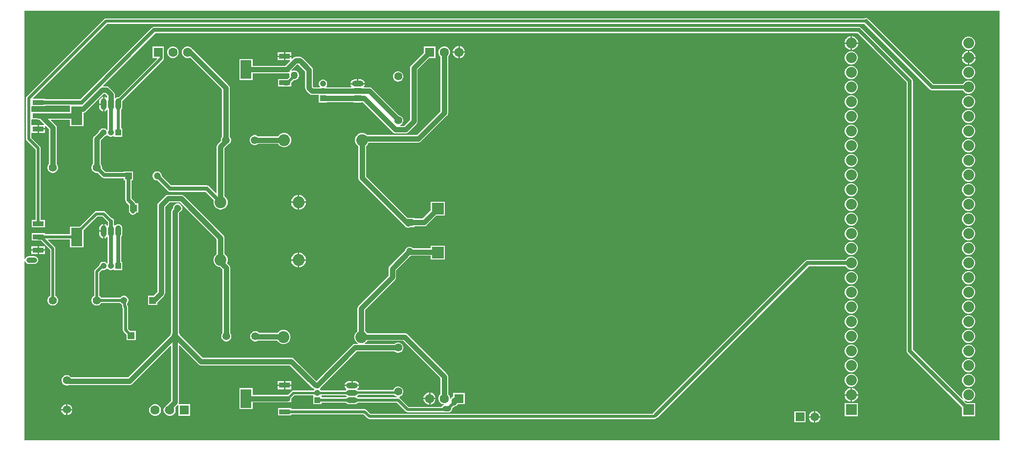
<source format=gtl>
%FSTAX23Y23*%
%MOIN*%
%SFA1B1*%

%IPPOS*%
%ADD15C,0.035350*%
%ADD16C,0.019680*%
%ADD18R,0.074800X0.125980*%
%ADD19R,0.074800X0.035430*%
%ADD23C,0.055000*%
%ADD27C,0.047240*%
%ADD28R,0.047240X0.047240*%
%ADD33R,0.047240X0.047240*%
%ADD44C,0.026930*%
%ADD45C,0.035350*%
%ADD46C,0.015750*%
%ADD47C,0.055120*%
%ADD48C,0.073860*%
%ADD49R,0.073860X0.073860*%
%ADD50C,0.080710*%
%ADD51O,0.078740X0.039370*%
%ADD52O,0.078740X0.039370*%
%ADD53C,0.041340*%
%ADD54R,0.041340X0.041340*%
%ADD55C,0.059060*%
%ADD56R,0.059060X0.059060*%
%ADD57R,0.041340X0.041340*%
%ADD58O,0.039370X0.078740*%
%ADD59O,0.039370X0.078740*%
%ADD60R,0.062990X0.062990*%
%ADD61C,0.062990*%
%ADD62R,0.080000X0.080000*%
%ADD63C,0.053150*%
%ADD64C,0.050000*%
%LNpcb1-1*%
%LPD*%
G36*
X0666Y-0001D02*
X0001D01*
Y01211*
X00015Y01212*
X00017Y01207*
X00021Y01202*
X00026Y01198*
X00032Y01195*
X00039Y01194*
X00078*
X00085Y01195*
X00091Y01198*
X00096Y01202*
X00101Y01207*
X00103Y01213*
X00104Y0122*
X00103Y01227*
X00101Y01233*
X00096Y01238*
X00091Y01242*
X00085Y01245*
X00078Y01246*
X00039*
X00032Y01245*
X00026Y01242*
X00021Y01238*
X00017Y01233*
X00015Y01228*
X0001Y01229*
Y0292*
X0666*
Y-0001*
G37*
%LNpcb1-2*%
%LPC*%
G36*
X05656Y02746D02*
X05655D01*
Y02705*
X05696*
Y02706*
X05693Y02718*
X05687Y02728*
X05678Y02737*
X05668Y02743*
X05656Y02746*
G37*
G36*
X05645D02*
X05643D01*
X05631Y02743*
X05621Y02737*
X05612Y02728*
X05606Y02718*
X05603Y02706*
Y02705*
X05645*
Y02746*
G37*
G36*
X06455Y02744D02*
X06444D01*
X06432Y02741*
X06422Y02735*
X06414Y02727*
X06408Y02717*
X06405Y02705*
Y02694*
X06408Y02682*
X06414Y02672*
X06422Y02664*
X06432Y02658*
X06444Y02655*
X06455*
X06467Y02658*
X06477Y02664*
X06485Y02672*
X06491Y02682*
X06494Y02694*
Y02705*
X06491Y02717*
X06485Y02727*
X06477Y02735*
X06467Y02741*
X06455Y02744*
G37*
G36*
X05696Y02695D02*
X05655D01*
Y02653*
X05656*
X05668Y02656*
X05678Y02662*
X05687Y02671*
X05693Y02681*
X05696Y02693*
Y02695*
G37*
G36*
X05645D02*
X05603D01*
Y02693*
X05606Y02681*
X05612Y02671*
X05621Y02662*
X05631Y02656*
X05643Y02653*
X05645*
Y02695*
G37*
G36*
X02979Y02679D02*
X02979D01*
Y02642*
X03015*
Y02643*
X03012Y02653*
X03007Y02663*
X02999Y02671*
X0299Y02676*
X02979Y02679*
G37*
G36*
X02969D02*
X02968D01*
X02958Y02676*
X02948Y02671*
X0294Y02663*
X02935Y02653*
X02932Y02643*
Y02642*
X02969*
Y02679*
G37*
G36*
X01832Y02637D02*
X0179D01*
Y02615*
X01832*
Y02637*
G37*
G36*
X0178D02*
X01738D01*
Y02615*
X0178*
Y02637*
G37*
G36*
X06456Y02646D02*
X06455D01*
Y02605*
X06496*
Y02606*
X06493Y02618*
X06487Y02628*
X06478Y02637*
X06468Y02643*
X06456Y02646*
G37*
G36*
X06445D02*
X06443D01*
X06431Y02643*
X06421Y02637*
X06412Y02628*
X06406Y02618*
X06403Y02606*
Y02605*
X06445*
Y02646*
G37*
G36*
X01028Y02677D02*
X01018D01*
X01008Y02674*
X00999Y02669*
X00992Y02661*
X00986Y02652*
X00984Y02642*
Y02632*
X00986Y02622*
X00992Y02613*
X00999Y02606*
X01008Y02601*
X01018Y02598*
X01028*
X01038Y02601*
X01047Y02606*
X01055Y02613*
X0106Y02622*
X01062Y02632*
Y02642*
X0106Y02652*
X01055Y02661*
X01047Y02669*
X01038Y02674*
X01028Y02677*
G37*
G36*
X03015Y02632D02*
X02979D01*
Y02596*
X02979*
X0299Y02599*
X02999Y02604*
X03007Y02612*
X03012Y02621*
X03015Y02632*
Y02632*
G37*
G36*
X02969D02*
X02932D01*
Y02632*
X02935Y02621*
X0294Y02612*
X02948Y02604*
X02958Y02599*
X02968Y02596*
X02969*
Y02632*
G37*
G36*
X0178Y02605D02*
X01738D01*
Y02582*
X0178*
Y02605*
G37*
G36*
X05655Y02644D02*
X05644D01*
X05632Y02641*
X05622Y02635*
X05614Y02627*
X05608Y02617*
X05605Y02605*
Y02594*
X05608Y02582*
X05614Y02572*
X05622Y02564*
X05632Y02558*
X05644Y02555*
X05655*
X05667Y02558*
X05677Y02564*
X05685Y02572*
X05691Y02582*
X05694Y02594*
Y02605*
X05691Y02617*
X05685Y02627*
X05677Y02635*
X05667Y02641*
X05655Y02644*
G37*
G36*
X06496Y02595D02*
X06455D01*
Y02553*
X06456*
X06468Y02556*
X06478Y02562*
X06487Y02571*
X06493Y02581*
X06496Y02593*
Y02595*
G37*
G36*
X06445D02*
X06403D01*
Y02593*
X06406Y02581*
X06412Y02571*
X06421Y02562*
X06431Y02556*
X06443Y02553*
X06445*
Y02595*
G37*
G36*
X06455Y02544D02*
X06444D01*
X06432Y02541*
X06422Y02535*
X06414Y02527*
X06408Y02517*
X06405Y02505*
Y02494*
X06408Y02482*
X06414Y02472*
X06422Y02464*
X06432Y02458*
X06444Y02455*
X06455*
X06467Y02458*
X06477Y02464*
X06485Y02472*
X06491Y02482*
X06494Y02494*
Y02505*
X06491Y02517*
X06485Y02527*
X06477Y02535*
X06467Y02541*
X06455Y02544*
G37*
G36*
X05655D02*
X05644D01*
X05632Y02541*
X05622Y02535*
X05614Y02527*
X05608Y02517*
X05605Y02505*
Y02494*
X05608Y02482*
X05614Y02472*
X05622Y02464*
X05632Y02458*
X05644Y02455*
X05655*
X05667Y02458*
X05677Y02464*
X05685Y02472*
X05691Y02482*
X05694Y02494*
Y02505*
X05691Y02517*
X05685Y02527*
X05677Y02535*
X05667Y02541*
X05655Y02544*
G37*
G36*
X02563Y02508D02*
X02554D01*
X02545Y02505*
X02537Y02501*
X0253Y02494*
X02526Y02486*
X02523Y02477*
Y02468*
X02526Y02459*
X0253Y02451*
X02537Y02444*
X02545Y02439*
X02554Y02437*
X02563*
X02572Y02439*
X0258Y02444*
X02587Y02451*
X02592Y02459*
X02594Y02468*
Y02477*
X02592Y02486*
X02587Y02494*
X0258Y02501*
X02572Y02505*
X02563Y02508*
G37*
G36*
X02303Y02452D02*
X02288D01*
Y02427*
X02332*
X02332Y0243*
X02329Y02437*
X02324Y02444*
X02318Y02448*
X0231Y02451*
X02303Y02452*
G37*
G36*
X02278D02*
X02263D01*
X02256Y02451*
X02248Y02448*
X02242Y02444*
X02237Y02437*
X02234Y0243*
X02234Y02427*
X02278*
Y02452*
G37*
G36*
X0575Y02871D02*
X05741Y0287D01*
X05738Y02868*
X00566*
X00559Y02866*
X00553Y02862*
X00026Y02335*
X00022Y02329*
X00021Y02322*
Y02047*
X00022Y0204*
X00026Y02034*
X00086Y01974*
Y01494*
X00059*
Y01442*
X00149*
Y01494*
X00122*
Y01982*
X00121Y01989*
X00117Y01995*
X00057Y02054*
Y02086*
X00099*
Y02114*
Y02141*
X00057*
Y02174*
X00059Y02179*
X00102*
X00104Y02178*
X00113*
X00145Y02146*
X00143Y02141*
X00109*
Y02119*
X00151*
Y02134*
X00156Y02135*
X00178Y02113*
Y01874*
X00175Y01872*
X00171Y01864*
X00168Y01855*
Y01845*
X00171Y01836*
X00175Y01828*
X00182Y01822*
X0019Y01817*
X00199Y01814*
X00208*
X00218Y01817*
X00226Y01822*
X00232Y01828*
X00237Y01836*
X00239Y01845*
Y01855*
X00237Y01864*
X00232Y01872*
X0023Y01874*
Y02124*
X00229Y02131*
X00226Y02137*
X00222Y02142*
X0019Y02174*
X00192Y02178*
X00322*
Y02133*
X00413*
Y02224*
X00417Y02225*
X00423Y02227*
X00428Y02231*
X00551Y02354*
X00559*
X00574Y02338*
Y02328*
X00569Y02326*
X00566Y02329*
X00558Y02332*
X00556Y02332*
Y02283*
Y02234*
X00558Y02234*
X00566Y02237*
X00572Y02242*
X00573Y02244*
X00578Y02242*
Y0211*
X00574Y02108*
X00571Y02108*
X00567Y02112*
X00561Y02116*
X00553Y02118*
X00546*
X00538Y02116*
X00532Y02112*
X00529Y02109*
X00527Y02108*
X00522Y02104*
X00518Y02099*
X00516Y02094*
X00486Y02064*
X00482Y02059*
X00479Y02053*
X00478Y02046*
Y01874*
X00475Y01872*
X00471Y01864*
X00468Y01855*
Y01845*
X00471Y01836*
X00475Y01828*
X00482Y01822*
X0049Y01817*
X00499Y01814*
X00508*
X00539Y01784*
X00546Y01779*
X00554Y01778*
X00688*
Y01762*
X00697*
Y0163*
X00699Y01622*
X00704Y01614*
X00723Y01595*
Y01543*
X00729*
X00729Y01541*
X00734Y01534*
X00741Y01529*
X0075Y01528*
X00758Y01529*
X00765Y01534*
X0077Y01541*
X0077Y01543*
X00786*
Y01606*
X0077*
X0077Y01608*
X00765Y01615*
X00741Y01639*
Y01762*
X00751*
Y01825*
X00688*
Y01821*
X00563*
X00539Y01845*
Y01855*
X00537Y01864*
X00532Y01872*
X0053Y01874*
Y02035*
X00556Y02062*
X00561Y02063*
X00567Y02067*
X00571Y02071*
X00575Y02072*
X00578Y02071*
X00582Y02067*
X00588Y02063*
X00596Y02061*
X00603*
X00611Y02063*
X00616Y02066*
X00621Y02064*
Y02061*
X00678*
Y02118*
X00669*
Y02242*
X0067Y02244*
X00675Y02249*
X00678Y02256*
X00678Y02263*
Y02303*
X00678Y02305*
X00957Y02584*
X00961Y02589*
X00962Y02596*
Y02598*
X00962*
Y02677*
X00884*
Y02598*
X00914*
X00916Y02593*
X00653Y0233*
X00651Y0233*
X00643Y0233*
X00637Y02327*
X00631Y02322*
X00631Y02322*
X00626Y02324*
Y02349*
X00625Y02356*
X00622Y02362*
X00618Y02367*
X00588Y02398*
X00582Y02402*
X00576Y02404*
X0057Y02405*
X00548*
X00546Y0241*
X00904Y02768*
X0569*
X06027Y02432*
Y00601*
X06028Y00592*
X06033Y00585*
X06405Y00214*
Y00155*
X06494*
Y00244*
X06435*
X06422Y00258*
X06425Y00262*
X06432Y00258*
X06444Y00255*
X06455*
X06467Y00258*
X06477Y00264*
X06485Y00272*
X06491Y00282*
X06494Y00294*
Y00305*
X06491Y00317*
X06485Y00327*
X06477Y00335*
X06467Y00341*
X06455Y00344*
X06444*
X06432Y00341*
X06422Y00335*
X06414Y00327*
X06408Y00317*
X06405Y00305*
Y00294*
X06408Y00282*
X06412Y00275*
X06408Y00272*
X0607Y0061*
Y02441*
X06068Y02449*
X06064Y02456*
X05715Y02805*
X05708Y0281*
X057Y02811*
X00895*
X00887Y0281*
X0088Y02805*
X00391Y02317*
X00149*
Y0232*
X00069*
X00067Y02325*
X00574Y02831*
X05737*
X06184Y02384*
X06191Y02379*
X062Y02378*
X0641*
X06414Y02372*
X06422Y02364*
X06432Y02358*
X06444Y02355*
X06455*
X06467Y02358*
X06477Y02364*
X06485Y02372*
X06491Y02382*
X06494Y02394*
Y02405*
X06491Y02417*
X06485Y02427*
X06477Y02435*
X06467Y02441*
X06455Y02444*
X06444*
X06432Y02441*
X06422Y02435*
X06414Y02427*
X0641Y02421*
X06209*
X05765Y02865*
X05758Y0287*
X0575Y02871*
G37*
G36*
X05655Y02444D02*
X05644D01*
X05632Y02441*
X05622Y02435*
X05614Y02427*
X05608Y02417*
X05605Y02405*
Y02394*
X05608Y02382*
X05614Y02372*
X05622Y02364*
X05632Y02358*
X05644Y02355*
X05655*
X05667Y02358*
X05677Y02364*
X05685Y02372*
X05691Y02382*
X05694Y02394*
Y02405*
X05691Y02417*
X05685Y02427*
X05677Y02435*
X05667Y02441*
X05655Y02444*
G37*
G36*
X00546Y02332D02*
X00543Y02332D01*
X00536Y02329*
X0053Y02324*
X00525Y02318*
X00522Y0231*
X00521Y02303*
Y02288*
X00546*
Y02332*
G37*
G36*
X06455Y02344D02*
X06444D01*
X06432Y02341*
X06422Y02335*
X06414Y02327*
X06408Y02317*
X06405Y02305*
Y02294*
X06408Y02282*
X06414Y02272*
X06422Y02264*
X06432Y02258*
X06444Y02255*
X06455*
X06467Y02258*
X06477Y02264*
X06485Y02272*
X06491Y02282*
X06494Y02294*
Y02305*
X06491Y02317*
X06485Y02327*
X06477Y02335*
X06467Y02341*
X06455Y02344*
G37*
G36*
X05655D02*
X05644D01*
X05632Y02341*
X05622Y02335*
X05614Y02327*
X05608Y02317*
X05605Y02305*
Y02294*
X05608Y02282*
X05614Y02272*
X05622Y02264*
X05632Y02258*
X05644Y02255*
X05655*
X05667Y02258*
X05677Y02264*
X05685Y02272*
X05691Y02282*
X05694Y02294*
Y02305*
X05691Y02317*
X05685Y02327*
X05677Y02335*
X05667Y02341*
X05655Y02344*
G37*
G36*
X00546Y02278D02*
X00521D01*
Y02263*
X00522Y02256*
X00525Y02248*
X0053Y02242*
X00536Y02237*
X00543Y02234*
X00546Y02234*
Y02278*
G37*
G36*
X06455Y02244D02*
X06444D01*
X06432Y02241*
X06422Y02235*
X06414Y02227*
X06408Y02217*
X06405Y02205*
Y02194*
X06408Y02182*
X06414Y02172*
X06422Y02164*
X06432Y02158*
X06444Y02155*
X06455*
X06467Y02158*
X06477Y02164*
X06485Y02172*
X06491Y02182*
X06494Y02194*
Y02205*
X06491Y02217*
X06485Y02227*
X06477Y02235*
X06467Y02241*
X06455Y02244*
G37*
G36*
X05655D02*
X05644D01*
X05632Y02241*
X05622Y02235*
X05614Y02227*
X05608Y02217*
X05605Y02205*
Y02194*
X05608Y02182*
X05614Y02172*
X05622Y02164*
X05632Y02158*
X05644Y02155*
X05655*
X05667Y02158*
X05677Y02164*
X05685Y02172*
X05691Y02182*
X05694Y02194*
Y02205*
X05691Y02217*
X05685Y02227*
X05677Y02235*
X05667Y02241*
X05655Y02244*
G37*
G36*
X02813Y02677D02*
X02734D01*
Y02634*
X02647Y02548*
X02643Y02542*
X02641Y02536*
X0264Y02529*
Y02176*
X02599Y02135*
X02575*
X02574Y0214*
X0258Y02144*
X02587Y02151*
X02592Y02159*
X02594Y02168*
Y02177*
X02592Y02186*
X02587Y02194*
X0258Y02201*
X02572Y02205*
X02565Y02207*
X02381Y02391*
X02376Y02395*
X0237Y02397*
X02363Y02398*
X02328*
X02325Y02403*
X02329Y02407*
X02332Y02415*
X02332Y02417*
X02234*
X02234Y02415*
X02237Y02407*
X02241Y02403*
X02238Y02398*
X0207*
X02068Y02403*
X0207Y02405*
X02073Y02411*
X02075Y02419*
Y02426*
X02073Y02433*
X0207Y0244*
X02064Y02445*
X02058Y02449*
X02051Y02451*
X02043*
X02036Y02449*
X02029Y02445*
X02024Y0244*
X0202Y02433*
X02018Y02426*
Y02419*
X0202Y02411*
X02024Y02405*
X02026Y02403*
X02024Y02398*
X01982*
X01977Y02404*
Y02518*
X01976Y02525*
X01973Y02531*
X01969Y02536*
X01907Y02598*
X01902Y02602*
X01896Y02605*
X01889Y02606*
X0186*
X01853Y02605*
X01847Y02602*
X01842Y02598*
X01837Y02593*
X01832Y02595*
Y02605*
X0179*
Y02582*
X01819*
X01821Y02577*
X01789Y02545*
X01566*
Y0259*
X01476*
Y02448*
X01566*
Y02493*
X01805*
X01806Y02494*
X01814*
X01818Y02489*
X01817Y02484*
Y02475*
X01819Y02468*
X01805Y02454*
X01805Y02454*
X01785*
X01784Y02454*
X0174*
Y02403*
X01784*
X01785Y02403*
X01805*
X01806Y02403*
X0183*
Y02427*
X0183Y02429*
X0183Y02429*
X01848Y02447*
X01854*
X01863Y02449*
X0187Y02454*
X01876Y0246*
X01881Y02467*
X01883Y02475*
Y02484*
X01881Y02493*
X01876Y025*
X0187Y02506*
X01863Y0251*
X01854Y02513*
X01846*
X01838Y02511*
X01837Y02511*
X01832Y02514*
X01832Y02516*
X01871Y02554*
X01878*
X01925Y02507*
Y02393*
X01926Y02386*
X01929Y0238*
X01933Y02375*
X01953Y02354*
X01959Y0235*
X01965Y02347*
X01972Y02347*
X02018*
Y02294*
X02075*
Y02297*
X02253*
X02256Y02295*
X02263Y02295*
X02303*
X0231Y02295*
X02311Y02296*
X02317*
X02521Y02091*
X02527Y02087*
X02533Y02085*
X0254Y02084*
X0261*
X02616Y02085*
X02622Y02087*
X02628Y02091*
X02684Y02147*
X02688Y02153*
X0269Y02159*
X02691Y02166*
Y02519*
X02771Y02598*
X02813*
Y02677*
G37*
G36*
X00151Y02109D02*
X00109D01*
Y02086*
X00151*
Y02109*
G37*
G36*
X02879Y02677D02*
X02868D01*
X02858Y02674*
X02849Y02669*
X02842Y02661*
X02837Y02652*
X02834Y02642*
Y02632*
X02837Y02622*
X02842Y02613*
X02848Y02607*
Y02234*
X02686Y02073*
X02346*
X02343Y02076*
X02332Y02083*
X02319Y02086*
X02307*
X02295Y02083*
X02284Y02076*
X02275Y02067*
X02268Y02056*
X02265Y02044*
Y02031*
X02268Y02019*
X02275Y02008*
X02284Y01999*
X02287Y01997*
Y0178*
X02288Y01774*
X02291Y01767*
X02295Y01762*
X02606Y01451*
Y01444*
X02614*
X02615Y01444*
X02621Y01441*
X02627Y0144*
X02634Y01441*
X0264Y01444*
X02641Y01444*
X02669*
Y0145*
X02736*
X02743Y01451*
X02749Y01454*
X02754Y01458*
X02818Y01522*
X02877*
Y01617*
X02782*
Y01558*
X02725Y01502*
X02669*
Y01507*
X02623*
X02339Y01791*
Y01997*
X02343Y01999*
X02352Y02008*
X02358Y02019*
X02359Y02021*
X02697*
X02703Y02022*
X0271Y02024*
X02715Y02029*
X02892Y02205*
X02896Y02211*
X02898Y02217*
X02899Y02224*
Y02607*
X02905Y02613*
X0291Y02622*
X02913Y02632*
Y02642*
X0291Y02652*
X02905Y02661*
X02898Y02669*
X02889Y02674*
X02879Y02677*
G37*
G36*
X01788Y02086D02*
X01776D01*
X01763Y02083*
X01752Y02076*
X01743Y02067*
X01741Y02063*
X01604*
X01602Y02065*
X01594Y0207*
X01586Y02072*
X01576*
X01568Y0207*
X0156Y02065*
X01553Y02059*
X01549Y02051*
X01547Y02042*
Y02033*
X01549Y02024*
X01553Y02016*
X0156Y0201*
X01568Y02006*
X01576Y02003*
X01586*
X01594Y02006*
X01602Y0201*
X01604Y02012*
X01741*
X01743Y02008*
X01752Y01999*
X01763Y01993*
X01776Y01989*
X01788*
X01801Y01993*
X01812Y01999*
X01821Y02008*
X01827Y02019*
X0183Y02031*
Y02044*
X01827Y02056*
X01821Y02067*
X01812Y02076*
X01801Y02083*
X01788Y02086*
G37*
G36*
X06455Y02144D02*
X06444D01*
X06432Y02141*
X06422Y02135*
X06414Y02127*
X06408Y02117*
X06405Y02105*
Y02094*
X06408Y02082*
X06414Y02072*
X06422Y02064*
X06432Y02058*
X06444Y02055*
X06455*
X06467Y02058*
X06477Y02064*
X06485Y02072*
X06491Y02082*
X06494Y02094*
Y02105*
X06491Y02117*
X06485Y02127*
X06477Y02135*
X06467Y02141*
X06455Y02144*
G37*
G36*
X05655D02*
X05644D01*
X05632Y02141*
X05622Y02135*
X05614Y02127*
X05608Y02117*
X05605Y02105*
Y02094*
X05608Y02082*
X05614Y02072*
X05622Y02064*
X05632Y02058*
X05644Y02055*
X05655*
X05667Y02058*
X05677Y02064*
X05685Y02072*
X05691Y02082*
X05694Y02094*
Y02105*
X05691Y02117*
X05685Y02127*
X05677Y02135*
X05667Y02141*
X05655Y02144*
G37*
G36*
X06455Y02044D02*
X06444D01*
X06432Y02041*
X06422Y02035*
X06414Y02027*
X06408Y02017*
X06405Y02005*
Y01994*
X06408Y01982*
X06414Y01972*
X06422Y01964*
X06432Y01958*
X06444Y01955*
X06455*
X06467Y01958*
X06477Y01964*
X06485Y01972*
X06491Y01982*
X06494Y01994*
Y02005*
X06491Y02017*
X06485Y02027*
X06477Y02035*
X06467Y02041*
X06455Y02044*
G37*
G36*
X05655D02*
X05644D01*
X05632Y02041*
X05622Y02035*
X05614Y02027*
X05608Y02017*
X05605Y02005*
Y01994*
X05608Y01982*
X05614Y01972*
X05622Y01964*
X05632Y01958*
X05644Y01955*
X05655*
X05667Y01958*
X05677Y01964*
X05685Y01972*
X05691Y01982*
X05694Y01994*
Y02005*
X05691Y02017*
X05685Y02027*
X05677Y02035*
X05667Y02041*
X05655Y02044*
G37*
G36*
X06455Y01944D02*
X06444D01*
X06432Y01941*
X06422Y01935*
X06414Y01927*
X06408Y01917*
X06405Y01905*
Y01894*
X06408Y01882*
X06414Y01872*
X06422Y01864*
X06432Y01858*
X06444Y01855*
X06455*
X06467Y01858*
X06477Y01864*
X06485Y01872*
X06491Y01882*
X06494Y01894*
Y01905*
X06491Y01917*
X06485Y01927*
X06477Y01935*
X06467Y01941*
X06455Y01944*
G37*
G36*
X05655D02*
X05644D01*
X05632Y01941*
X05622Y01935*
X05614Y01927*
X05608Y01917*
X05605Y01905*
Y01894*
X05608Y01882*
X05614Y01872*
X05622Y01864*
X05632Y01858*
X05644Y01855*
X05655*
X05667Y01858*
X05677Y01864*
X05685Y01872*
X05691Y01882*
X05694Y01894*
Y01905*
X05691Y01917*
X05685Y01927*
X05677Y01935*
X05667Y01941*
X05655Y01944*
G37*
G36*
X06455Y01844D02*
X06444D01*
X06432Y01841*
X06422Y01835*
X06414Y01827*
X06408Y01817*
X06405Y01805*
Y01794*
X06408Y01782*
X06414Y01772*
X06422Y01764*
X06432Y01758*
X06444Y01755*
X06455*
X06467Y01758*
X06477Y01764*
X06485Y01772*
X06491Y01782*
X06494Y01794*
Y01805*
X06491Y01817*
X06485Y01827*
X06477Y01835*
X06467Y01841*
X06455Y01844*
G37*
G36*
X05655D02*
X05644D01*
X05632Y01841*
X05622Y01835*
X05614Y01827*
X05608Y01817*
X05605Y01805*
Y01794*
X05608Y01782*
X05614Y01772*
X05622Y01764*
X05632Y01758*
X05644Y01755*
X05655*
X05667Y01758*
X05677Y01764*
X05685Y01772*
X05691Y01782*
X05694Y01794*
Y01805*
X05691Y01817*
X05685Y01827*
X05677Y01835*
X05667Y01841*
X05655Y01844*
G37*
G36*
X01128Y02677D02*
X01118D01*
X01108Y02674*
X01099Y02669*
X01092Y02661*
X01086Y02652*
X01084Y02642*
Y02632*
X01086Y02622*
X01092Y02613*
X01099Y02606*
X01108Y02601*
X01118Y02598*
X01128*
X01138Y02601*
X0114Y02602*
X01358Y02384*
Y02061*
X01357Y02059*
X01352Y02051*
X0135Y02042*
Y02033*
X0135Y02033*
X0133Y02013*
X01326Y02007*
X01323Y02001*
X01322Y01994*
Y01677*
X01318Y01675*
X0127Y01722*
X01263Y01727*
X01255Y01729*
X01012*
X00947Y01793*
Y01798*
X00945Y01806*
X00941Y01813*
X00935Y01819*
X00928Y01823*
X0092Y01825*
X00912*
X00904Y01823*
X00897Y01819*
X00891Y01813*
X00887Y01806*
X00885Y01798*
Y01789*
X00887Y01781*
X00891Y01774*
X00897Y01768*
X00904Y01764*
X00912Y01762*
X00917*
X00987Y01691*
X00994Y01687*
X01003Y01685*
X01246*
X01302Y01629*
X013Y0162*
Y01607*
X01303Y01595*
X0131Y01584*
X01319Y01575*
X0133Y01569*
X01342Y01565*
X01354*
X01367Y01569*
X01378Y01575*
X01387Y01584*
X01393Y01595*
X01396Y01607*
Y0162*
X01393Y01632*
X01387Y01643*
X01378Y01652*
X01374Y01654*
Y01984*
X01395Y02005*
X01397Y02006*
X01405Y0201*
X01412Y02016*
X01416Y02024*
X01419Y02033*
Y02042*
X01416Y02051*
X01412Y02059*
X0141Y02061*
Y02394*
X01409Y02401*
X01406Y02407*
X01402Y02413*
X01159Y02656*
X01157Y02657*
X01155Y02661*
X01147Y02669*
X01138Y02674*
X01128Y02677*
G37*
G36*
X06455Y01744D02*
X06444D01*
X06432Y01741*
X06422Y01735*
X06414Y01727*
X06408Y01717*
X06405Y01705*
Y01694*
X06408Y01682*
X06414Y01672*
X06422Y01664*
X06432Y01658*
X06444Y01655*
X06455*
X06467Y01658*
X06477Y01664*
X06485Y01672*
X06491Y01682*
X06494Y01694*
Y01705*
X06491Y01717*
X06485Y01727*
X06477Y01735*
X06467Y01741*
X06455Y01744*
G37*
G36*
X05655D02*
X05644D01*
X05632Y01741*
X05622Y01735*
X05614Y01727*
X05608Y01717*
X05605Y01705*
Y01694*
X05608Y01682*
X05614Y01672*
X05622Y01664*
X05632Y01658*
X05644Y01655*
X05655*
X05667Y01658*
X05677Y01664*
X05685Y01672*
X05691Y01682*
X05694Y01694*
Y01705*
X05691Y01717*
X05685Y01727*
X05677Y01735*
X05667Y01741*
X05655Y01744*
G37*
G36*
X01886Y01664D02*
X01884D01*
Y01619*
X0193*
Y0162*
X01926Y01633*
X0192Y01645*
X0191Y01654*
X01899Y01661*
X01886Y01664*
G37*
G36*
X01874D02*
X01873D01*
X0186Y01661*
X01848Y01654*
X01839Y01645*
X01832Y01633*
X01829Y0162*
Y01619*
X01874*
Y01664*
G37*
G36*
X0193Y01609D02*
X01884D01*
Y01563*
X01886*
X01899Y01567*
X0191Y01573*
X0192Y01583*
X01926Y01594*
X0193Y01607*
Y01609*
G37*
G36*
X01874D02*
X01829D01*
Y01607*
X01832Y01594*
X01839Y01583*
X01848Y01573*
X0186Y01567*
X01873Y01563*
X01874*
Y01609*
G37*
G36*
X06455Y01644D02*
X06444D01*
X06432Y01641*
X06422Y01635*
X06414Y01627*
X06408Y01617*
X06405Y01605*
Y01594*
X06408Y01582*
X06414Y01572*
X06422Y01564*
X06432Y01558*
X06444Y01555*
X06455*
X06467Y01558*
X06477Y01564*
X06485Y01572*
X06491Y01582*
X06494Y01594*
Y01605*
X06491Y01617*
X06485Y01627*
X06477Y01635*
X06467Y01641*
X06455Y01644*
G37*
G36*
X05655D02*
X05644D01*
X05632Y01641*
X05622Y01635*
X05614Y01627*
X05608Y01617*
X05605Y01605*
Y01594*
X05608Y01582*
X05614Y01572*
X05622Y01564*
X05632Y01558*
X05644Y01555*
X05655*
X05667Y01558*
X05677Y01564*
X05685Y01572*
X05691Y01582*
X05694Y01594*
Y01605*
X05691Y01617*
X05685Y01627*
X05677Y01635*
X05667Y01641*
X05655Y01644*
G37*
G36*
X00551Y01553D02*
X005D01*
X00493Y01552*
X00487Y01548*
X00387Y01448*
X00322*
Y01396*
X00149*
Y01403*
X00125*
X00124Y01403*
X00104*
X00102Y01403*
X00059*
Y01352*
X00102*
X00104Y01352*
X00124*
X00124Y01352*
X00186Y0129*
Y00975*
X00182Y00973*
X00175Y00966*
X00171Y00958*
X00168Y00949*
Y0094*
X00171Y00931*
X00175Y00923*
X00182Y00916*
X0019Y00911*
X00199Y00909*
X00208*
X00218Y00911*
X00226Y00916*
X00232Y00923*
X00237Y00931*
X00239Y0094*
Y00949*
X00237Y00958*
X00232Y00966*
X00226Y00973*
X00222Y00975*
Y01297*
X00221Y01304*
X00217Y0131*
X00172Y01355*
X00174Y01359*
X00322*
Y01307*
X00413*
Y01423*
X00507Y01517*
X00543*
X00579Y01481*
Y01457*
X00574Y01455*
X00574Y01455*
X00572Y01458*
X00566Y01462*
X00558Y01465*
X00556Y01466*
Y01417*
Y01368*
X00558Y01368*
X00566Y01371*
X00572Y01376*
X00573Y01378*
X00578Y01376*
Y012*
X00574Y01198*
X00571Y01198*
X00567Y01202*
X00561Y01206*
X00553Y01208*
X00546*
X00538Y01206*
X00532Y01202*
X00527Y01197*
X00523Y01191*
X00521Y01183*
Y01183*
X00491Y01153*
X00487Y01147*
X00486Y0114*
Y00975*
X00482Y00973*
X00475Y00966*
X00471Y00958*
X00468Y00949*
Y0094*
X00471Y00931*
X00475Y00923*
X00482Y00916*
X0049Y00911*
X00499Y00909*
X00508*
X00518Y00911*
X00526Y00916*
X00532Y00923*
X00534Y00926*
X00663*
X00663Y00925*
X00669Y00919*
X00676Y00915*
Y00905*
X00677Y00898*
X00681Y00892*
X00681Y00892*
Y00742*
X00683Y00736*
X00687Y0073*
X00706Y0071*
Y00673*
X00769*
Y00736*
X00732*
X00718Y0075*
Y009*
X00716Y00906*
X00712Y00912*
X00712Y00913*
Y00923*
X00714Y00925*
X00718Y00932*
X0072Y0094*
Y00949*
X00718Y00957*
X00714Y00964*
X00708Y0097*
X00701Y00974*
X00693Y00976*
X00684*
X00676Y00974*
X00669Y0097*
X00663Y00964*
X00663Y00962*
X00534*
X00532Y00966*
X00526Y00973*
X00522Y00975*
Y01133*
X00541Y01152*
X00546Y01151*
X00553*
X00561Y01153*
X00567Y01157*
X00571Y01161*
X00575Y01162*
X00578Y01161*
X00582Y01157*
X00588Y01153*
X00596Y01151*
X00603*
X00611Y01153*
X00616Y01156*
X00621Y01154*
Y01151*
X00678*
Y01208*
X00672*
Y01379*
X00675Y01383*
X00678Y0139*
X00678Y01397*
Y01437*
X00678Y01444*
X00675Y0145*
X0067Y01456*
X00665Y01461*
X00658Y01463*
X00651Y01464*
X00643Y01463*
X00637Y01461*
X00631Y01456*
X00625Y01456*
X00622Y01458*
Y01485*
X00621Y01493*
X00616Y015*
X00609Y01505*
X00605Y01506*
X00563Y01548*
X00558Y01552*
X00551Y01553*
G37*
G36*
X06455Y01544D02*
X06444D01*
X06432Y01541*
X06422Y01535*
X06414Y01527*
X06408Y01517*
X06405Y01505*
Y01494*
X06408Y01482*
X06414Y01472*
X06422Y01464*
X06432Y01458*
X06444Y01455*
X06455*
X06467Y01458*
X06477Y01464*
X06485Y01472*
X06491Y01482*
X06494Y01494*
Y01505*
X06491Y01517*
X06485Y01527*
X06477Y01535*
X06467Y01541*
X06455Y01544*
G37*
G36*
X05655D02*
X05644D01*
X05632Y01541*
X05622Y01535*
X05614Y01527*
X05608Y01517*
X05605Y01505*
Y01494*
X05608Y01482*
X05614Y01472*
X05622Y01464*
X05632Y01458*
X05644Y01455*
X05655*
X05667Y01458*
X05677Y01464*
X05685Y01472*
X05691Y01482*
X05694Y01494*
Y01505*
X05691Y01517*
X05685Y01527*
X05677Y01535*
X05667Y01541*
X05655Y01544*
G37*
G36*
X00546Y01466D02*
X00543Y01465D01*
X00536Y01462*
X0053Y01458*
X00525Y01451*
X00522Y01444*
X00521Y01437*
Y01422*
X00546*
Y01466*
G37*
G36*
Y01412D02*
X00521D01*
Y01397*
X00522Y01389*
X00525Y01382*
X0053Y01376*
X00536Y01371*
X00543Y01368*
X00546Y01368*
Y01412*
G37*
G36*
X06455Y01444D02*
X06444D01*
X06432Y01441*
X06422Y01435*
X06414Y01427*
X06408Y01417*
X06405Y01405*
Y01394*
X06408Y01382*
X06414Y01372*
X06422Y01364*
X06432Y01358*
X06444Y01355*
X06455*
X06467Y01358*
X06477Y01364*
X06485Y01372*
X06491Y01382*
X06494Y01394*
Y01405*
X06491Y01417*
X06485Y01427*
X06477Y01435*
X06467Y01441*
X06455Y01444*
G37*
G36*
X05655D02*
X05644D01*
X05632Y01441*
X05622Y01435*
X05614Y01427*
X05608Y01417*
X05605Y01405*
Y01394*
X05608Y01382*
X05614Y01372*
X05622Y01364*
X05632Y01358*
X05644Y01355*
X05655*
X05667Y01358*
X05677Y01364*
X05685Y01372*
X05691Y01382*
X05694Y01394*
Y01405*
X05691Y01417*
X05685Y01427*
X05677Y01435*
X05667Y01441*
X05655Y01444*
G37*
G36*
X00151Y01315D02*
X00109D01*
Y01292*
X00151*
Y01315*
G37*
G36*
X00099D02*
X00056D01*
Y01292*
X00099*
Y01315*
G37*
G36*
X00151Y01282D02*
X00109D01*
Y01259*
X00151*
Y01282*
G37*
G36*
X00099D02*
X00056D01*
Y01259*
X00099*
Y01282*
G37*
G36*
X06455Y01344D02*
X06444D01*
X06432Y01341*
X06422Y01335*
X06414Y01327*
X06408Y01317*
X06405Y01305*
Y01294*
X06408Y01282*
X06414Y01272*
X06422Y01264*
X06432Y01258*
X06444Y01255*
X06455*
X06467Y01258*
X06477Y01264*
X06485Y01272*
X06491Y01282*
X06494Y01294*
Y01305*
X06491Y01317*
X06485Y01327*
X06477Y01335*
X06467Y01341*
X06455Y01344*
G37*
G36*
X05655D02*
X05644D01*
X05632Y01341*
X05622Y01335*
X05614Y01327*
X05608Y01317*
X05605Y01305*
Y01294*
X05608Y01282*
X05614Y01272*
X05622Y01264*
X05632Y01258*
X05644Y01255*
X05655*
X05667Y01258*
X05677Y01264*
X05685Y01272*
X05691Y01282*
X05694Y01294*
Y01305*
X05691Y01317*
X05685Y01327*
X05677Y01335*
X05667Y01341*
X05655Y01344*
G37*
G36*
X01886Y0127D02*
X01884D01*
Y01225*
X0193*
Y01227*
X01926Y01239*
X0192Y01251*
X0191Y0126*
X01899Y01267*
X01886Y0127*
G37*
G36*
X01874D02*
X01873D01*
X0186Y01267*
X01848Y0126*
X01839Y01251*
X01832Y01239*
X01829Y01227*
Y01225*
X01874*
Y0127*
G37*
G36*
X01059Y01606D02*
X01051D01*
X01043Y01604*
X01036Y016*
X0103Y01594*
X01026Y01586*
X01024Y01578*
Y01574*
X01019Y0157*
X01015Y01564*
X01013Y01558*
X01012Y01551*
Y00723*
X01008Y00717*
X01006Y0071*
X00716Y00419*
X00329*
X00328Y00421*
X00321Y00428*
X00313Y00432*
X00304Y00435*
X00295*
X00286Y00432*
X00278Y00428*
X00271Y00421*
X00267Y00413*
X00264Y00404*
Y00395*
X00267Y00386*
X00271Y00378*
X00278Y00371*
X00286Y00367*
X00295Y00364*
X00304*
X00313Y00367*
X00315Y00367*
X00726*
X00733Y00368*
X00739Y00371*
X00745Y00375*
X01007Y00638*
X01012Y00636*
Y00261*
X0098Y00229*
X00978Y00228*
X0097Y00221*
X00969Y00218*
X00966Y00215*
X00961Y00209*
X00959Y00203*
X00958Y00196*
X00959Y0019*
X00961Y00183*
X00966Y00178*
X00968Y00176*
X0097Y00172*
X00978Y00165*
X00987Y0016*
X00997Y00157*
X01007*
X01017Y0016*
X01026Y00165*
X01033Y00172*
X01039Y00181*
X01041Y00191*
Y00202*
X01039Y00212*
X01037Y00214*
X01056Y00232*
X0106Y00233*
X01062Y00232*
Y00232*
Y00232*
Y00157*
X01141*
Y00236*
X01066*
X01065*
X01063Y00237*
X01062Y00242*
X01063Y00244*
X01063Y0025*
Y00636*
X01068Y00638*
X01197Y00509*
X01202Y00505*
X01208Y00502*
X01215Y00501*
X01821*
X01975Y00347*
X01981Y00343*
X01987Y00341*
X01988Y00335*
X01985Y00332*
X01984Y00331*
X01844*
X01838Y00329*
X01833Y00326*
X01808Y00301*
X01806*
X01805Y00301*
X01566*
Y00346*
X01476*
Y00204*
X01566*
Y00249*
X01805*
X01806Y0025*
X0183*
Y00274*
X0183Y00275*
X0183Y00276*
Y00278*
X01851Y00298*
X01979*
X01979Y00298*
X01979Y00293*
Y00236*
X02036*
Y00246*
X02203*
X02204Y00245*
X0221Y0024*
X02217Y00238*
X02224Y00237*
X02263*
X0227Y00238*
X02277Y0024*
X02283Y00245*
X02284Y00246*
X02552*
X02612Y00187*
X02618Y00183*
X02624Y00181*
X02871*
X02871Y00181*
X02877Y0018*
X02902*
X02909Y00181*
X02915Y00184*
X0292Y00188*
X02924Y00193*
X02927Y002*
X02928Y00206*
X02928Y00206*
X02942Y00221*
X02942Y00221*
X02949Y00222*
X02955Y00224*
X02961Y00228*
X02965Y00234*
X02966Y00236*
X03013*
Y00314*
X02934*
Y00289*
X02929Y00288*
X02924Y00283*
X0292Y00278*
X02918Y00273*
X02913Y00274*
Y0028*
X0291Y0029*
X02905Y00299*
X02899Y00305*
Y00425*
X02898Y00432*
X02896Y00438*
X02892Y00444*
X02623Y00713*
X02617Y00717*
X02611Y00719*
X02605Y0072*
X02349*
X02347Y00724*
X02338Y00733*
X02334Y00735*
Y0088*
X02537Y01084*
X02542Y01089*
X02544Y01095*
X02545Y01102*
Y0115*
X02643Y01248*
X02648Y01249*
X02782*
Y01222*
X02877*
Y01317*
X02782*
Y01301*
X0266*
X02657Y01304*
X02649Y01308*
X02641Y01311*
X02633*
X02625Y01308*
X02618Y01304*
X02612Y01298*
X02608Y01291*
X02606Y01284*
X02501Y01179*
X02497Y01174*
X02494Y01168*
X02493Y01161*
Y01113*
X0229Y00909*
X02286Y00904*
X02283Y00897*
X02282Y00891*
Y00735*
X02279Y00733*
X0227Y00724*
X02263Y00713*
X0226Y00701*
Y00688*
X02263Y00676*
X0227Y00665*
X02279Y00656*
X02284Y00653*
X02283Y00648*
X02265*
X02258Y00647*
X02252Y00644*
X02247Y0064*
X02001Y00394*
X0185Y00545*
X01845Y0055*
X01838Y00552*
X01832Y00553*
X01226*
X01069Y0071*
X01067Y00717*
X01063Y00723*
Y01541*
X01068Y01546*
X01074Y01549*
X0108Y01555*
X01082Y01557*
X01085Y01561*
X01087Y01568*
X01088Y01574*
X01087Y01581*
X01085Y01587*
X01082Y01591*
X0108Y01594*
X01074Y016*
X01067Y01604*
X01059Y01606*
G37*
G36*
X0193Y01215D02*
X01884D01*
Y0117*
X01886*
X01899Y01173*
X0191Y0118*
X0192Y01189*
X01926Y01201*
X0193Y01213*
Y01215*
G37*
G36*
X01874D02*
X01829D01*
Y01213*
X01832Y01201*
X01839Y01189*
X01848Y0118*
X0186Y01173*
X01873Y0117*
X01874*
Y01215*
G37*
G36*
X06455Y01244D02*
X06444D01*
X06432Y01241*
X06422Y01235*
X06414Y01227*
X06408Y01217*
X06405Y01205*
Y01194*
X06408Y01182*
X06414Y01172*
X06422Y01164*
X06432Y01158*
X06444Y01155*
X06455*
X06467Y01158*
X06477Y01164*
X06485Y01172*
X06491Y01182*
X06494Y01194*
Y01205*
X06491Y01217*
X06485Y01227*
X06477Y01235*
X06467Y01241*
X06455Y01244*
G37*
G36*
X05655D02*
X05644D01*
X05632Y01241*
X05622Y01235*
X05614Y01227*
X0561Y01221*
X05352*
X05344Y0122*
X05337Y01215*
X04302Y0018*
X04297Y00173*
X04297Y0017*
X0237*
X02343Y00197*
X02337Y00201*
X0233Y00203*
X0183*
Y0021*
X0174*
Y00159*
X0183*
Y00166*
X02323*
X0235Y0014*
X02356Y00136*
X02363Y00134*
X04306*
X04313Y00136*
X04318Y0014*
X04323Y00144*
X04326Y00145*
X04333Y00149*
X05361Y01178*
X0561*
X05614Y01172*
X05622Y01164*
X05632Y01158*
X05644Y01155*
X05655*
X05667Y01158*
X05677Y01164*
X05685Y01172*
X05691Y01182*
X05694Y01194*
Y01205*
X05691Y01217*
X05685Y01227*
X05677Y01235*
X05667Y01241*
X05655Y01244*
G37*
G36*
X06455Y01144D02*
X06444D01*
X06432Y01141*
X06422Y01135*
X06414Y01127*
X06408Y01117*
X06405Y01105*
Y01094*
X06408Y01082*
X06414Y01072*
X06422Y01064*
X06432Y01058*
X06444Y01055*
X06455*
X06467Y01058*
X06477Y01064*
X06485Y01072*
X06491Y01082*
X06494Y01094*
Y01105*
X06491Y01117*
X06485Y01127*
X06477Y01135*
X06467Y01141*
X06455Y01144*
G37*
G36*
X05655D02*
X05644D01*
X05632Y01141*
X05622Y01135*
X05614Y01127*
X05608Y01117*
X05605Y01105*
Y01094*
X05608Y01082*
X05614Y01072*
X05622Y01064*
X05632Y01058*
X05644Y01055*
X05655*
X05667Y01058*
X05677Y01064*
X05685Y01072*
X05691Y01082*
X05694Y01094*
Y01105*
X05691Y01117*
X05685Y01127*
X05677Y01135*
X05667Y01141*
X05655Y01144*
G37*
G36*
X06455Y01044D02*
X06444D01*
X06432Y01041*
X06422Y01035*
X06414Y01027*
X06408Y01017*
X06405Y01005*
Y00994*
X06408Y00982*
X06414Y00972*
X06422Y00964*
X06432Y00958*
X06444Y00955*
X06455*
X06467Y00958*
X06477Y00964*
X06485Y00972*
X06491Y00982*
X06494Y00994*
Y01005*
X06491Y01017*
X06485Y01027*
X06477Y01035*
X06467Y01041*
X06455Y01044*
G37*
G36*
X05655D02*
X05644D01*
X05632Y01041*
X05622Y01035*
X05614Y01027*
X05608Y01017*
X05605Y01005*
Y00994*
X05608Y00982*
X05614Y00972*
X05622Y00964*
X05632Y00958*
X05644Y00955*
X05655*
X05667Y00958*
X05677Y00964*
X05685Y00972*
X05691Y00982*
X05694Y00994*
Y01005*
X05691Y01017*
X05685Y01027*
X05677Y01035*
X05667Y01041*
X05655Y01044*
G37*
G36*
X06455Y00944D02*
X06444D01*
X06432Y00941*
X06422Y00935*
X06414Y00927*
X06408Y00917*
X06405Y00905*
Y00894*
X06408Y00882*
X06414Y00872*
X06422Y00864*
X06432Y00858*
X06444Y00855*
X06455*
X06467Y00858*
X06477Y00864*
X06485Y00872*
X06491Y00882*
X06494Y00894*
Y00905*
X06491Y00917*
X06485Y00927*
X06477Y00935*
X06467Y00941*
X06455Y00944*
G37*
G36*
X05655D02*
X05644D01*
X05632Y00941*
X05622Y00935*
X05614Y00927*
X05608Y00917*
X05605Y00905*
Y00894*
X05608Y00882*
X05614Y00872*
X05622Y00864*
X05632Y00858*
X05644Y00855*
X05655*
X05667Y00858*
X05677Y00864*
X05685Y00872*
X05691Y00882*
X05694Y00894*
Y00905*
X05691Y00917*
X05685Y00927*
X05677Y00935*
X05667Y00941*
X05655Y00944*
G37*
G36*
X06455Y00844D02*
X06444D01*
X06432Y00841*
X06422Y00835*
X06414Y00827*
X06408Y00817*
X06405Y00805*
Y00794*
X06408Y00782*
X06414Y00772*
X06422Y00764*
X06432Y00758*
X06444Y00755*
X06455*
X06467Y00758*
X06477Y00764*
X06485Y00772*
X06491Y00782*
X06494Y00794*
Y00805*
X06491Y00817*
X06485Y00827*
X06477Y00835*
X06467Y00841*
X06455Y00844*
G37*
G36*
X05655D02*
X05644D01*
X05632Y00841*
X05622Y00835*
X05614Y00827*
X05608Y00817*
X05605Y00805*
Y00794*
X05608Y00782*
X05614Y00772*
X05622Y00764*
X05632Y00758*
X05644Y00755*
X05655*
X05667Y00758*
X05677Y00764*
X05685Y00772*
X05691Y00782*
X05694Y00794*
Y00805*
X05691Y00817*
X05685Y00827*
X05677Y00835*
X05667Y00841*
X05655Y00844*
G37*
G36*
X01783Y00743D02*
X01771D01*
X01758Y00739*
X01747Y00733*
X01738Y00724*
X01738Y00723*
X0161*
X01606Y00727*
X01598Y00732*
X01589Y00734*
X0158*
X01571Y00732*
X01563Y00727*
X01557Y00721*
X01552Y00713*
X0155Y00704*
Y00695*
X01552Y00686*
X01557Y00678*
X01563Y00672*
X01571Y00667*
X0158Y00665*
X01589*
X01598Y00667*
X01604Y00671*
X01735*
X01738Y00665*
X01747Y00656*
X01758Y0065*
X01771Y00646*
X01783*
X01796Y0065*
X01807Y00656*
X01816Y00665*
X01822Y00676*
X01825Y00688*
Y00701*
X01822Y00713*
X01816Y00724*
X01807Y00733*
X01796Y00739*
X01783Y00743*
G37*
G36*
X0108Y01665D02*
X0099D01*
X00983Y01664*
X00977Y01662*
X00971Y01658*
X00925Y01611*
X00921Y01606*
X00918Y016*
X00917Y01593*
Y01004*
X00889Y00976*
X00854*
Y00913*
X00917*
Y00931*
X00919Y00932*
X00961Y00975*
X00965Y0098*
X00968Y00986*
X00969Y00993*
Y01582*
X01Y01614*
X01069*
X01322Y0136*
Y01261*
X01319Y01259*
X0131Y0125*
X01303Y01239*
X013Y01226*
Y01214*
X01303Y01201*
X0131Y0119*
X01319Y01181*
X0133Y01175*
X01342Y01172*
X01345*
X01362Y01155*
Y00722*
X0136Y00721*
X01355Y00713*
X01353Y00704*
Y00695*
X01355Y00686*
X0136Y00678*
X01366Y00672*
X01374Y00667*
X01383Y00665*
X01392*
X01401Y00667*
X01409Y00672*
X01415Y00678*
X0142Y00686*
X01422Y00695*
Y00704*
X0142Y00713*
X01415Y00721*
X01413Y00722*
Y01166*
X01412Y01173*
X0141Y01179*
X01406Y01184*
X01391Y01199*
X01393Y01201*
X01396Y01214*
Y01226*
X01393Y01239*
X01387Y0125*
X01378Y01259*
X01374Y01261*
Y01371*
X01373Y01378*
X0137Y01384*
X01366Y01389*
X01098Y01658*
X01092Y01662*
X01086Y01664*
X0108Y01665*
G37*
G36*
X06455Y00744D02*
X06444D01*
X06432Y00741*
X06422Y00735*
X06414Y00727*
X06408Y00717*
X06405Y00705*
Y00694*
X06408Y00682*
X06414Y00672*
X06422Y00664*
X06432Y00658*
X06444Y00655*
X06455*
X06467Y00658*
X06477Y00664*
X06485Y00672*
X06491Y00682*
X06494Y00694*
Y00705*
X06491Y00717*
X06485Y00727*
X06477Y00735*
X06467Y00741*
X06455Y00744*
G37*
G36*
X05655D02*
X05644D01*
X05632Y00741*
X05622Y00735*
X05614Y00727*
X05608Y00717*
X05605Y00705*
Y00694*
X05608Y00682*
X05614Y00672*
X05622Y00664*
X05632Y00658*
X05644Y00655*
X05655*
X05667Y00658*
X05677Y00664*
X05685Y00672*
X05691Y00682*
X05694Y00694*
Y00705*
X05691Y00717*
X05685Y00727*
X05677Y00735*
X05667Y00741*
X05655Y00744*
G37*
G36*
X06455Y00644D02*
X06444D01*
X06432Y00641*
X06422Y00635*
X06414Y00627*
X06408Y00617*
X06405Y00605*
Y00594*
X06408Y00582*
X06414Y00572*
X06422Y00564*
X06432Y00558*
X06444Y00555*
X06455*
X06467Y00558*
X06477Y00564*
X06485Y00572*
X06491Y00582*
X06494Y00594*
Y00605*
X06491Y00617*
X06485Y00627*
X06477Y00635*
X06467Y00641*
X06455Y00644*
G37*
G36*
X05655D02*
X05644D01*
X05632Y00641*
X05622Y00635*
X05614Y00627*
X05608Y00617*
X05605Y00605*
Y00594*
X05608Y00582*
X05614Y00572*
X05622Y00564*
X05632Y00558*
X05644Y00555*
X05655*
X05667Y00558*
X05677Y00564*
X05685Y00572*
X05691Y00582*
X05694Y00594*
Y00605*
X05691Y00617*
X05685Y00627*
X05677Y00635*
X05667Y00641*
X05655Y00644*
G37*
G36*
X06455Y00544D02*
X06444D01*
X06432Y00541*
X06422Y00535*
X06414Y00527*
X06408Y00517*
X06405Y00505*
Y00494*
X06408Y00482*
X06414Y00472*
X06422Y00464*
X06432Y00458*
X06444Y00455*
X06455*
X06467Y00458*
X06477Y00464*
X06485Y00472*
X06491Y00482*
X06494Y00494*
Y00505*
X06491Y00517*
X06485Y00527*
X06477Y00535*
X06467Y00541*
X06455Y00544*
G37*
G36*
X05655D02*
X05644D01*
X05632Y00541*
X05622Y00535*
X05614Y00527*
X05608Y00517*
X05605Y00505*
Y00494*
X05608Y00482*
X05614Y00472*
X05622Y00464*
X05632Y00458*
X05644Y00455*
X05655*
X05667Y00458*
X05677Y00464*
X05685Y00472*
X05691Y00482*
X05694Y00494*
Y00505*
X05691Y00517*
X05685Y00527*
X05677Y00535*
X05667Y00541*
X05655Y00544*
G37*
G36*
X01832Y00393D02*
X0179D01*
Y00371*
X01832*
Y00393*
G37*
G36*
X0178D02*
X01738D01*
Y00371*
X0178*
Y00393*
G37*
G36*
X06455Y00444D02*
X06444D01*
X06432Y00441*
X06422Y00435*
X06414Y00427*
X06408Y00417*
X06405Y00405*
Y00394*
X06408Y00382*
X06414Y00372*
X06422Y00364*
X06432Y00358*
X06444Y00355*
X06455*
X06467Y00358*
X06477Y00364*
X06485Y00372*
X06491Y00382*
X06494Y00394*
Y00405*
X06491Y00417*
X06485Y00427*
X06477Y00435*
X06467Y00441*
X06455Y00444*
G37*
G36*
X05655D02*
X05644D01*
X05632Y00441*
X05622Y00435*
X05614Y00427*
X05608Y00417*
X05605Y00405*
Y00394*
X05608Y00382*
X05614Y00372*
X05622Y00364*
X05632Y00358*
X05644Y00355*
X05655*
X05667Y00358*
X05677Y00364*
X05685Y00372*
X05691Y00382*
X05694Y00394*
Y00405*
X05691Y00417*
X05685Y00427*
X05677Y00435*
X05667Y00441*
X05655Y00444*
G37*
G36*
X01832Y00361D02*
X0179D01*
Y00338*
X01832*
Y00361*
G37*
G36*
X0178D02*
X01738D01*
Y00338*
X0178*
Y00361*
G37*
G36*
X05656Y00346D02*
X05655D01*
Y00305*
X05696*
Y00306*
X05693Y00318*
X05687Y00328*
X05678Y00337*
X05668Y00343*
X05656Y00346*
G37*
G36*
X05645D02*
X05643D01*
X05631Y00343*
X05621Y00337*
X05612Y00328*
X05606Y00318*
X05603Y00306*
Y00305*
X05645*
Y00346*
G37*
G36*
X05696Y00295D02*
X05655D01*
Y00253*
X05656*
X05668Y00256*
X05678Y00262*
X05687Y00271*
X05693Y00281*
X05696Y00293*
Y00295*
G37*
G36*
X05645D02*
X05603D01*
Y00293*
X05606Y00281*
X05612Y00271*
X05621Y00262*
X05631Y00256*
X05643Y00253*
X05645*
Y00295*
G37*
G36*
X00305Y00237D02*
Y00205D01*
X00337*
X00334Y00214*
X0033Y00223*
X00323Y0023*
X00314Y00234*
X00305Y00237*
G37*
G36*
X00295D02*
X00285Y00234D01*
X00276Y0023*
X00269Y00223*
X00265Y00214*
X00262Y00205*
X00295*
Y00237*
G37*
G36*
X00337Y00195D02*
X00305D01*
Y00162*
X00314Y00165*
X00323Y00169*
X0033Y00176*
X00334Y00185*
X00337Y00195*
G37*
G36*
X00295D02*
X00262D01*
X00265Y00185*
X00269Y00176*
X00276Y00169*
X00285Y00165*
X00295Y00162*
Y00195*
G37*
G36*
X00907Y00236D02*
X00897D01*
X00887Y00233*
X00878Y00228*
X0087Y00221*
X00865Y00212*
X00862Y00202*
Y00191*
X00865Y00181*
X0087Y00172*
X00878Y00165*
X00887Y0016*
X00897Y00157*
X00907*
X00917Y0016*
X00926Y00165*
X00933Y00172*
X00939Y00181*
X00941Y00191*
Y00202*
X00939Y00212*
X00933Y00221*
X00926Y00228*
X00917Y00233*
X00907Y00236*
G37*
G36*
X05694Y00244D02*
X05605D01*
Y00155*
X05694*
Y00244*
G37*
G36*
X05405Y00189D02*
X05405D01*
Y00155*
X05439*
Y00155*
X05436Y00165*
X05431Y00174*
X05424Y00181*
X05415Y00186*
X05405Y00189*
G37*
G36*
X05395D02*
X05394D01*
X05384Y00186*
X05375Y00181*
X05368Y00174*
X05363Y00165*
X0536Y00155*
Y00155*
X05395*
Y00189*
G37*
G36*
X05337Y00187D02*
X05262D01*
Y00112*
X05337*
Y00187*
G37*
G36*
X05439Y00145D02*
X05405D01*
Y0011*
X05405*
X05415Y00113*
X05424Y00118*
X05431Y00125*
X05436Y00134*
X05439Y00144*
Y00145*
G37*
G36*
X05395D02*
X0536D01*
Y00144*
X05363Y00134*
X05368Y00125*
X05375Y00118*
X05384Y00113*
X05394Y0011*
X05395*
Y00145*
G37*
%LNpcb1-3*%
%LPD*%
G36*
X00322Y0223D02*
X00104D01*
X00102Y0223*
X00059*
X00057Y02234*
Y02265*
X00059Y02269*
X00149*
Y02273*
X00322*
Y0223*
G37*
G36*
X02848Y00415D02*
Y00305D01*
X02842Y00299*
X02837Y0029*
X02834Y0028*
Y0027*
X02837Y0026*
X02842Y00251*
X02849Y00244*
X02858Y00238*
X02868Y00236*
X02869*
X0287Y00231*
X02865Y00229*
X02859Y00224*
X02855Y00219*
X02854Y00218*
X02632*
X02572Y00277*
X02566Y00281*
X02566Y00281*
X02566Y00282*
X02569Y00288*
X02572Y00289*
X0258Y00294*
X02587Y003*
X02592Y00308*
X02594Y00317*
Y00327*
X02592Y00336*
X02587Y00344*
X0258Y0035*
X02572Y00355*
X02563Y00357*
X02554*
X02545Y00355*
X02537Y0035*
X0253Y00344*
X02526Y00336*
X02525Y00333*
X02284*
X02283Y00334*
X02282Y00335*
Y00341*
X02284Y00343*
X02289Y00349*
X02292Y00357*
X02293Y00359*
X02195*
X02195Y00357*
X02198Y00349*
X02203Y00343*
X02205Y00341*
Y00335*
X02204Y00334*
X02201Y00331*
X02031*
X0203Y00332*
X02026Y00336*
X02025Y00339*
X02026Y00343*
X0203Y00347*
X02034Y00353*
X02034Y00355*
X02276Y00596*
X02534*
X02537Y00594*
X02545Y00589*
X02554Y00587*
X02563*
X02572Y00589*
X0258Y00594*
X02587Y006*
X02592Y00608*
X02594Y00617*
Y00627*
X02592Y00636*
X02587Y00644*
X0258Y0065*
X02572Y00655*
X02563Y00657*
X02554*
X02545Y00655*
X02537Y0065*
X02534Y00648*
X02334*
X02332Y00653*
X02338Y00656*
X02347Y00665*
X02349Y00669*
X02594*
X02848Y00415*
G37*
G36*
X0253Y003D02*
X02537Y00294D01*
X02545Y00289*
X0255Y00288*
X02549Y00283*
X02284*
X02283Y00284*
X0228Y00286*
Y00293*
X02283Y00295*
X02287Y00301*
X02287Y00301*
X0253*
X0253Y003*
G37*
G36*
X02204Y00295D02*
X02207Y00293D01*
Y00286*
X02204Y00284*
X02203Y00283*
X02036*
Y00293*
X02036Y00298*
X02036Y00298*
X02201*
X02204Y00295*
G37*
%LNpcb1-4*%
%LPC*%
G36*
X02263Y00394D02*
X02249D01*
Y00369*
X02293*
X02292Y00372*
X02289Y00379*
X02284Y00386*
X02278Y0039*
X02271Y00393*
X02263Y00394*
G37*
G36*
X02239D02*
X02224D01*
X02216Y00393*
X02209Y0039*
X02203Y00386*
X02198Y00379*
X02195Y00372*
X02195Y00369*
X02239*
Y00394*
G37*
G36*
X02779Y00317D02*
X02779D01*
Y0028*
X02815*
Y00281*
X02812Y00291*
X02807Y00301*
X02799Y00308*
X0279Y00314*
X02779Y00317*
G37*
G36*
X02769D02*
X02768D01*
X02758Y00314*
X02748Y00308*
X0274Y00301*
X02735Y00291*
X02732Y00281*
Y0028*
X02769*
Y00317*
G37*
G36*
X02815Y0027D02*
X02779D01*
Y00234*
X02779*
X0279Y00236*
X02799Y00242*
X02807Y0025*
X02812Y00259*
X02815Y0027*
Y0027*
G37*
G36*
X02769D02*
X02732D01*
Y0027*
X02735Y00259*
X0274Y0025*
X02748Y00242*
X02758Y00236*
X02768Y00234*
X02769*
Y0027*
G37*
%LNpcb1-5*%
%LPD*%
G54D15*
X02006Y00366D02*
X02007Y00364D01*
X01993Y00366D02*
X02006D01*
X01215Y00527D02*
X01832D01*
X01993Y00366*
X0254Y0211D02*
X0261D01*
X02327Y02322D02*
X0254Y0211D01*
X0261D02*
X02666Y02166D01*
X01972Y02372D02*
X02283D01*
X01805Y02525D02*
X0186Y0258D01*
X01889D02*
X01951Y02518D01*
Y02393D02*
Y02518D01*
X0186Y0258D02*
X01889D01*
X01521Y02519D02*
X01805D01*
X01805Y02519*
Y02525*
X0185Y02474D02*
Y0248D01*
X00601Y02262D02*
Y02283D01*
X0054Y0238D02*
X0057D01*
X00387Y0225D02*
X0041D01*
X0054Y0238*
X0057D02*
X006Y02349D01*
X02942Y00247D02*
Y00265D01*
X02877Y00206D02*
X02902D01*
X0099Y0164D02*
X0108D01*
X01348Y0123D02*
Y01371D01*
X0108Y0164D02*
X01348Y01371D01*
X00943Y01593D02*
X0099Y0164D01*
X02313Y0178D02*
X02627Y01466D01*
X01951Y02393D02*
X01972Y02372D01*
X00204Y0185D02*
Y02124D01*
X00124Y02204D02*
X00204Y02124D01*
X006Y02284D02*
Y02349D01*
X0089Y0094D02*
Y00949D01*
X00891Y0095D02*
X009D01*
X00943Y00993D02*
Y01593D01*
X0089Y00949D02*
X00891Y0095D01*
X009D02*
X00943Y00993D01*
X02874Y02224D02*
Y02637D01*
X02697Y02047D02*
X02874Y02224D01*
X00104Y02204D02*
X00124D01*
X00354*
X00368D02*
Y0223D01*
X0054Y02082D02*
Y02086D01*
X00368Y0223D02*
X00387Y0225D01*
X00651Y02283D02*
Y02303D01*
X023Y02322D02*
X02327D01*
X02047Y02322D02*
X02283D01*
X02299D02*
X023Y02322D01*
X01141Y02637D02*
X01384Y02394D01*
X01785Y02429D02*
X01805D01*
X02519Y01161D02*
X02637Y01279D01*
X02605Y00695D02*
X02874Y00425D01*
Y00275D02*
Y00425D01*
X02666Y02529D02*
X02774Y02637D01*
X02666Y02166D02*
Y02529D01*
X01384Y02038D02*
Y02394D01*
X02322Y02047D02*
X02697D01*
X02363Y02372D02*
X02559Y02177D01*
X02283Y02372D02*
X02363D01*
X02333Y00695D02*
X02605D01*
X02265Y00622D02*
X02559D01*
X02308Y00708D02*
Y00891D01*
X02519Y01102D02*
Y01161D01*
X02322Y00705D02*
X02333Y00695D01*
X02308Y00891D02*
X02519Y01102D01*
X02553Y00317D02*
X02559Y00322D01*
X01521Y00275D02*
X01785D01*
X01805*
X01775Y00697D02*
X01777Y00695D01*
X01587Y00697D02*
X01775D01*
X01338Y0122D02*
X01348Y0123D01*
Y01205D02*
X01388Y01166D01*
Y007D02*
Y01166D01*
X01348Y01205D02*
Y0122D01*
X01584Y007D02*
X01587Y00697D01*
X01348Y01994D02*
X01384Y02031D01*
X01348Y01614D02*
Y01994D01*
X01384Y02031D02*
Y02038D01*
X01581D02*
X01782D01*
X02313Y0178D02*
Y02038D01*
X02559Y02172D02*
Y02177D01*
X02244Y00314D02*
X02246Y00317D01*
X02007Y00364D02*
X02265Y00622D01*
X00314Y00393D02*
X00726D01*
X00368Y01377D02*
Y01403D01*
X00039Y0122D02*
X00078D01*
X00104Y01377D02*
X00124D01*
X00504Y02046D02*
X0054Y02082D01*
X00504Y0185D02*
Y02046D01*
X01038Y00705D02*
Y01551D01*
Y0025D02*
Y00705D01*
X00984Y00196D02*
X01038Y0025D01*
X00726Y00393D02*
X01038Y00705D01*
X01215Y00527*
X01061Y01574D02*
X01062D01*
X01038Y01551D02*
X01061Y01574D01*
G54D16*
X00566Y0285D02*
X0575D01*
X0233Y00185D02*
X02363Y00152D01*
X02871Y002D02*
X02877Y00206D01*
X02902D02*
X02942Y00247D01*
X02363Y00152D02*
X04306D01*
X02624Y002D02*
X02871D01*
X02942Y00265D02*
X02952Y00275D01*
X04306Y00152D02*
X04317Y00164D01*
X00039Y02322D02*
X00566Y0285D01*
X00039Y02047D02*
X00104Y01982D01*
X00039Y02047D02*
Y02322D01*
X007Y00742D02*
Y009D01*
X00694Y00905D02*
Y00944D01*
X007Y0095*
X00694Y00905D02*
X007Y009D01*
Y00742D02*
X00737Y00705D01*
X00504Y00944D02*
X00688D01*
X00944Y02596D02*
Y02637D01*
X00651Y02303D02*
X00944Y02596D01*
X01805Y02429D02*
X0185Y02474D01*
X00651Y02097D02*
Y02283D01*
X0256Y00264D02*
X02624Y002D01*
X02244Y00264D02*
X0256D01*
X01785Y00185D02*
X0233D01*
X02007Y00264D02*
X02244D01*
X00124Y01377D02*
X00368D01*
X00124D02*
X00204Y01297D01*
Y00944D02*
Y01297D01*
X00368Y01403D02*
X005Y01535D01*
X00104Y01468D02*
Y01982D01*
X005Y01535D02*
X00551D01*
X00601Y01485*
X00504Y0114D02*
X0054Y01177D01*
X00504Y00944D02*
Y0114D01*
G54D18*
X00368Y01377D03*
Y02204D03*
X01521Y00275D03*
Y02519D03*
G54D19*
X00104Y01287D03*
Y01377D03*
Y01468D03*
Y02114D03*
Y02204D03*
Y02295D03*
X01785Y00185D03*
Y00275D03*
Y00366D03*
Y02429D03*
Y02519D03*
Y0261D03*
G54D23*
X003Y002D03*
Y004D03*
G54D27*
X00688Y00944D03*
X00916Y01794D03*
X02637Y01279D03*
X01055Y01574D03*
X01038Y00705D03*
G54D28*
X00885Y00944D03*
X00719Y01794D03*
X00755Y01574D03*
X00737Y00705D03*
G54D33*
X02637Y01476D03*
G54D44*
X00895Y0279D02*
X057D01*
X06048Y00601D02*
Y02441D01*
X057Y0279D02*
X06048Y02441D01*
X0575Y0285D02*
X062Y024D01*
X0645*
X004Y02295D02*
X00895Y0279D01*
X0065Y0118D02*
Y01416D01*
X00651Y01417*
X0065Y0118D02*
X0065Y0118D01*
X006Y01416D02*
X00601Y01417D01*
X006Y0118D02*
Y01416D01*
X006Y0118D02*
X006Y0118D01*
X00601Y01417D02*
Y01485D01*
X006Y0209D02*
Y02282D01*
X00601Y02283*
X006Y0209D02*
X006Y0209D01*
X02824Y01275D02*
X0283Y0127D01*
X02637Y01279D02*
X02641Y01275D01*
X06048Y00601D02*
X0645Y002D01*
X00104Y02295D02*
X004D01*
X04317Y00165D02*
X05352Y012D01*
X0565*
X01348Y01614D02*
X0135Y01612D01*
X01255Y01707D02*
X01348Y01614D01*
X0135Y016D02*
Y01612D01*
X00916Y01794D02*
X01003Y01707D01*
X01255*
X00719Y0163D02*
Y01794D01*
Y0163D02*
X0075Y016D01*
Y0155D02*
Y016D01*
X00554Y018D02*
X007D01*
X00504Y0185D02*
X00554Y018D01*
G54D45*
X02637Y01476D02*
X02736D01*
X0283Y0157*
X02641Y01275D02*
X02824D01*
G54D46*
X02246Y00317D02*
X02553D01*
X01805Y00275D02*
X01844Y00314D01*
X02007D02*
X02244D01*
X01844D02*
X02007D01*
G54D47*
X02559Y02172D03*
Y02472D03*
X00204Y00944D03*
X00504D03*
X02559Y00622D03*
Y00322D03*
X00204Y0185D03*
X00504D03*
G54D48*
X0565Y027D03*
Y026D03*
Y025D03*
Y024D03*
Y023D03*
Y022D03*
Y021D03*
Y02D03*
Y019D03*
Y018D03*
Y017D03*
Y016D03*
Y015D03*
Y014D03*
Y013D03*
Y012D03*
Y011D03*
Y01D03*
Y009D03*
Y008D03*
Y007D03*
Y006D03*
Y005D03*
Y004D03*
Y003D03*
X0645Y027D03*
Y026D03*
Y025D03*
Y024D03*
Y023D03*
Y022D03*
Y021D03*
Y02D03*
Y019D03*
Y018D03*
Y017D03*
Y016D03*
Y015D03*
Y014D03*
Y003D03*
Y004D03*
Y005D03*
Y006D03*
Y007D03*
Y008D03*
Y009D03*
Y01D03*
Y011D03*
Y012D03*
Y013D03*
G54D49*
X0565Y002D03*
X0645D03*
G54D50*
X01777Y00695D03*
X02308D03*
X01879Y01614D03*
X01348D03*
Y0122D03*
X01879D03*
X02313Y02038D03*
X01782D03*
G54D51*
X02244Y00364D03*
Y00264D03*
X02283Y02422D03*
Y02322D03*
G54D52*
X02244Y00314D03*
X02283Y02372D03*
G54D53*
X02007Y00364D03*
Y00314D03*
X02047Y02422D03*
Y02372D03*
X0055Y0118D03*
X006D03*
X0055Y0209D03*
X006D03*
G54D54*
X02007Y00264D03*
X02047Y02322D03*
G54D55*
X054Y0015D03*
G54D56*
X053Y0015D03*
G54D57*
X0065Y0118D03*
Y0209D03*
G54D58*
X00651Y01417D03*
X00551D03*
X00651Y02283D03*
X00551D03*
G54D59*
X00601Y01417D03*
Y02283D03*
G54D60*
X02974Y00275D03*
X00923Y02637D03*
X01102Y00196D03*
X02774Y02637D03*
G54D61*
X02874Y00275D03*
X02774D03*
X01123Y02637D03*
X01023D03*
X00902Y00196D03*
X01002D03*
X02974Y02637D03*
X02874D03*
G54D62*
X0283Y0127D03*
Y0157D03*
G54D63*
X01384Y02038D03*
X01581D03*
X01584Y007D03*
X01388D03*
G54D64*
X0185Y0248D03*
M02*
</source>
